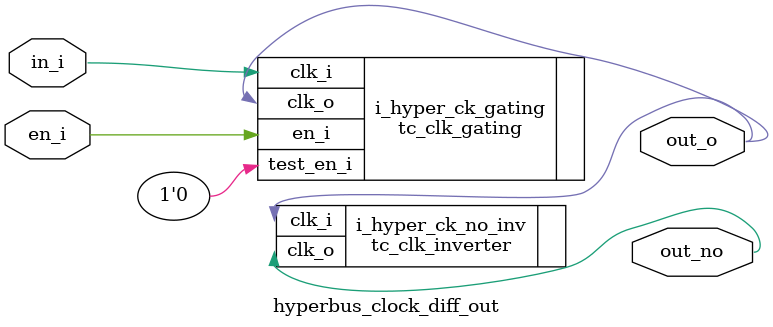
<source format=sv>


// Author: Armin Berger <bergerar@ethz.ch>
// Author: Stephan Keck <kecks@ethz.ch>

module hyperbus_clock_diff_out
(
    input  logic in_i,
    input  logic en_i, //high enable
    output logic out_o,
    output logic out_no
);

   `ifdef FPGA_EMUL

       logic en_sync;
    
       always_latch
       begin
         if (in_i == 1'b0)
           en_sync <= en_i;
       end

       assign out_o = in_i & en_sync;
       assign out_no = ~out_o;

   `else

    tc_clk_gating i_hyper_ck_gating (
        .clk_i     ( in_i  ),
        .en_i      ( en_i  ),
        .test_en_i ( 1'b0  ),
        .clk_o     ( out_o )
    );

    tc_clk_inverter i_hyper_ck_no_inv (
        .clk_i ( out_o  ),
        .clk_o ( out_no )
    );

   `endif // !`ifdef FPGA_EMUL
   
endmodule

</source>
